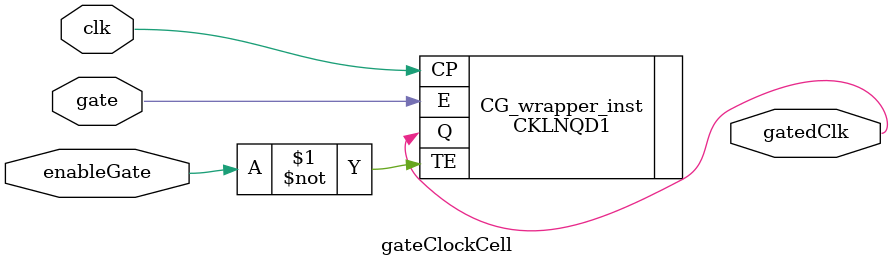
<source format=v>
`timescale 1ns / 100ps

// 
//////////////////////////////////////////////////////////////////////////////////

module gateClockCell
(
    input clk,
    input gate,
    input enableGate,
    output gatedClk             //
);
//tmrg do_not_touch

`ifdef SYNTHESIS
    CKLNQD1 CG_wrapper_inst(
        .Q(gatedClk),
        .CP(clk),
        .E(gate),
        .TE(~enableGate)
    );
`else
    reg  gateReg;
    always @( * )
    begin
        if (!clk)
        begin
            gateReg =  gate|!enableGate;
        end
    end
    assign gatedClk =  gateReg&clk;
 `endif
endmodule

</source>
